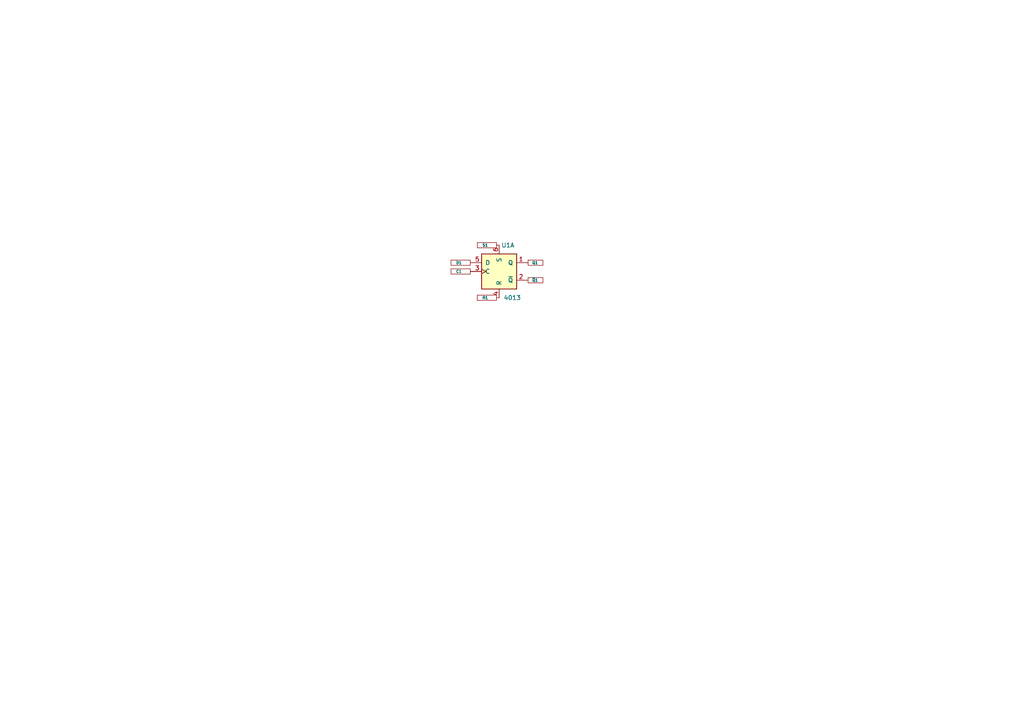
<source format=kicad_sch>
(kicad_sch (version 20230121) (generator eeschema)
  (paper "A4")
  (lib_symbols
    (symbol "4xxx:4013" (pin_names (offset 1.016))
      (property "Reference" "U" (at -7.62 8.89 0))
      (property "Value" "4013" (at -7.62 -8.89 0))
      (symbol "4013_1_1"
        (rectangle (start -5.08 5.08) (end 5.08 -5.08) (stroke (width 0.254)) (fill (type background)))
        (pin output line (at 7.62 2.54 180) (length 2.54) (name "Q") (number "1"))
        (pin output line (at 7.62 -2.54 180) (length 2.54) (name "~{Q}") (number "2"))
        (pin input clock (at -7.62 0 0) (length 2.54) (name "C") (number "3"))
        (pin input line (at 0 -7.62 90) (length 2.54) (name "R") (number "4"))
        (pin input line (at -7.62 2.54 0) (length 2.54) (name "D") (number "5"))
        (pin input line (at 0 7.62 270) (length 2.54) (name "S") (number "6"))
      )
      (symbol "4013_2_1"
        (rectangle (start -5.08 5.08) (end 5.08 -5.08) (stroke (width 0.254)) (fill (type background)))
        (pin input line (at 0 -7.62 90) (length 2.54) (name "R") (number "10"))
        (pin input clock (at -7.62 0 0) (length 2.54) (name "C") (number "11"))
        (pin output line (at 7.62 -2.54 180) (length 2.54) (name "~{Q}") (number "12"))
        (pin output line (at 7.62 2.54 180) (length 2.54) (name "Q") (number "13"))
        (pin input line (at 0 7.62 270) (length 2.54) (name "S") (number "8"))
        (pin input line (at -7.62 2.54 0) (length 2.54) (name "D") (number "9"))
      )
      (symbol "4013_3_0"
        (pin power_in line (at 0 10.16 270) (length 2.54) (name "VDD") (number "14"))
        (pin power_in line (at 0 -10.16 90) (length 2.54) (name "VSS") (number "7"))
      )
      (symbol "4013_3_1"
        (rectangle (start -5.08 7.62) (end 5.08 -7.62) (stroke (width 0.254)) (fill (type background)))
      )
    )
    (symbol "Tests:InPin" (pin_numbers hide) (pin_names hide)
      (property "Reference" "InPin" (at 2.794 0 0))
      (symbol "InPin_0_1"
        (rectangle (start 0.762 0.762) (end 5.08 -0.762))
      )
      (symbol "InPin_1_1"
        (pin input line (at 0 0 0) (length 0.75) (name "In") (number "1"))
      )
    )
    (symbol "Tests:OutPin" (pin_numbers hide) (pin_names hide)
      (property "Reference" "OutPin" (at -4.064 0 0))
      (symbol "OutPin_0_1"
        (rectangle (start -6.35 0.762) (end -0.762 -0.762))
      )
      (symbol "OutPin_1_1"
        (pin output line (at 0 0 180) (length 0.75) (name "Out") (number "1"))
      )
    )
  )
  (symbol (lib_id "Tests:InPin") (at 152.4 76.2 0) (unit 1)
    (property "Reference" "Q1" (at 155.194 76.2 0) (effects (font (size 0.8 0.8))))
    (property "Value" "InPin" (effects hide))
  )
  (symbol (lib_id "Tests:OutPin") (at 144.78 71.12 0) (unit 1)
    (property "Reference" "S1" (at 140.716 71.12 0) (effects (font (size 0.8 0.8))))
    (property "Value" "OutPin" (effects hide))
  )
  (symbol (lib_id "Tests:OutPin") (at 137.16 78.74 0) (unit 1)
    (property "Reference" "C1" (at 133.096 78.74 0) (effects (font (size 0.8 0.8))))
    (property "Value" "OutPin" (effects hide))
  )
  (symbol (lib_id "Tests:OutPin") (at 144.78 86.36 0) (unit 1)
    (property "Reference" "R1" (at 140.716 86.36 0) (effects (font (size 0.8 0.8))))
    (property "Value" "OutPin" (effects hide))
  )
  (symbol (lib_id "4xxx:4013") (at 144.78 78.74 0) (unit 1)
    (property "Reference" "U1" (at 147.32 71.12 0))
    (property "Value" "4013" (at 148.59 86.36 0))
    (property "Datasheet" "http://www.onsemi.com/pub/Collateral/MC14013B-D.PDF" (effects hide))
  )
  (symbol (lib_id "Tests:OutPin") (at 137.16 76.2 0) (unit 1)
    (property "Reference" "D1" (at 133.096 76.2 0) (effects (font (size 0.8 0.8))))
    (property "Value" "OutPin" (effects hide))
  )
  (symbol (lib_id "Tests:InPin") (at 152.4 81.28 0) (unit 1)
    (property "Reference" "~{Q}1" (at 155.194 81.28 0) (effects (font (size 0.8 0.8))))
    (property "Value" "InPin" (effects hide))
  )
)
</source>
